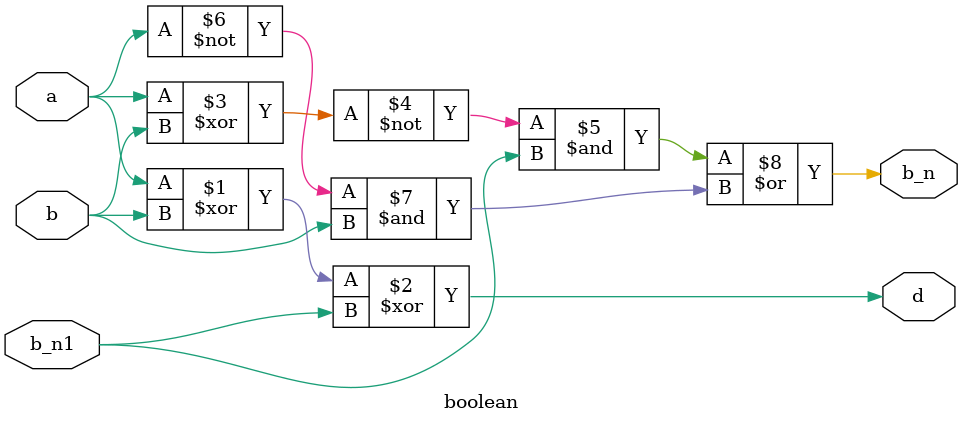
<source format=v>
`timescale 1ns / 1ps

module boolean(
    input a,
    input b,
    input b_n1,
    output d,
    output b_n
    );
assign d = a^b^b_n1;
assign b_n = (~(a^b)&b_n1)|(~a&b);
endmodule

</source>
